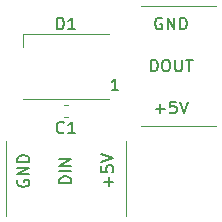
<source format=gto>
%TF.GenerationSoftware,KiCad,Pcbnew,8.0.4*%
%TF.CreationDate,2024-08-03T19:15:57-04:00*%
%TF.ProjectId,ws2812b-corner-right,77733238-3132-4622-9d63-6f726e65722d,rev?*%
%TF.SameCoordinates,Original*%
%TF.FileFunction,Legend,Top*%
%TF.FilePolarity,Positive*%
%FSLAX46Y46*%
G04 Gerber Fmt 4.6, Leading zero omitted, Abs format (unit mm)*
G04 Created by KiCad (PCBNEW 8.0.4) date 2024-08-03 19:15:57*
%MOMM*%
%LPD*%
G01*
G04 APERTURE LIST*
%ADD10C,0.150000*%
%ADD11C,0.100000*%
%ADD12C,0.120000*%
G04 APERTURE END LIST*
D10*
X160528095Y-72146438D02*
X160432857Y-72098819D01*
X160432857Y-72098819D02*
X160290000Y-72098819D01*
X160290000Y-72098819D02*
X160147143Y-72146438D01*
X160147143Y-72146438D02*
X160051905Y-72241676D01*
X160051905Y-72241676D02*
X160004286Y-72336914D01*
X160004286Y-72336914D02*
X159956667Y-72527390D01*
X159956667Y-72527390D02*
X159956667Y-72670247D01*
X159956667Y-72670247D02*
X160004286Y-72860723D01*
X160004286Y-72860723D02*
X160051905Y-72955961D01*
X160051905Y-72955961D02*
X160147143Y-73051200D01*
X160147143Y-73051200D02*
X160290000Y-73098819D01*
X160290000Y-73098819D02*
X160385238Y-73098819D01*
X160385238Y-73098819D02*
X160528095Y-73051200D01*
X160528095Y-73051200D02*
X160575714Y-73003580D01*
X160575714Y-73003580D02*
X160575714Y-72670247D01*
X160575714Y-72670247D02*
X160385238Y-72670247D01*
X161004286Y-73098819D02*
X161004286Y-72098819D01*
X161004286Y-72098819D02*
X161575714Y-73098819D01*
X161575714Y-73098819D02*
X161575714Y-72098819D01*
X162051905Y-73098819D02*
X162051905Y-72098819D01*
X162051905Y-72098819D02*
X162290000Y-72098819D01*
X162290000Y-72098819D02*
X162432857Y-72146438D01*
X162432857Y-72146438D02*
X162528095Y-72241676D01*
X162528095Y-72241676D02*
X162575714Y-72336914D01*
X162575714Y-72336914D02*
X162623333Y-72527390D01*
X162623333Y-72527390D02*
X162623333Y-72670247D01*
X162623333Y-72670247D02*
X162575714Y-72860723D01*
X162575714Y-72860723D02*
X162528095Y-72955961D01*
X162528095Y-72955961D02*
X162432857Y-73051200D01*
X162432857Y-73051200D02*
X162290000Y-73098819D01*
X162290000Y-73098819D02*
X162051905Y-73098819D01*
X160004286Y-79829866D02*
X160766191Y-79829866D01*
X160385238Y-80210819D02*
X160385238Y-79448914D01*
X161718571Y-79210819D02*
X161242381Y-79210819D01*
X161242381Y-79210819D02*
X161194762Y-79687009D01*
X161194762Y-79687009D02*
X161242381Y-79639390D01*
X161242381Y-79639390D02*
X161337619Y-79591771D01*
X161337619Y-79591771D02*
X161575714Y-79591771D01*
X161575714Y-79591771D02*
X161670952Y-79639390D01*
X161670952Y-79639390D02*
X161718571Y-79687009D01*
X161718571Y-79687009D02*
X161766190Y-79782247D01*
X161766190Y-79782247D02*
X161766190Y-80020342D01*
X161766190Y-80020342D02*
X161718571Y-80115580D01*
X161718571Y-80115580D02*
X161670952Y-80163200D01*
X161670952Y-80163200D02*
X161575714Y-80210819D01*
X161575714Y-80210819D02*
X161337619Y-80210819D01*
X161337619Y-80210819D02*
X161242381Y-80163200D01*
X161242381Y-80163200D02*
X161194762Y-80115580D01*
X162051905Y-79210819D02*
X162385238Y-80210819D01*
X162385238Y-80210819D02*
X162718571Y-79210819D01*
X159599524Y-76654819D02*
X159599524Y-75654819D01*
X159599524Y-75654819D02*
X159837619Y-75654819D01*
X159837619Y-75654819D02*
X159980476Y-75702438D01*
X159980476Y-75702438D02*
X160075714Y-75797676D01*
X160075714Y-75797676D02*
X160123333Y-75892914D01*
X160123333Y-75892914D02*
X160170952Y-76083390D01*
X160170952Y-76083390D02*
X160170952Y-76226247D01*
X160170952Y-76226247D02*
X160123333Y-76416723D01*
X160123333Y-76416723D02*
X160075714Y-76511961D01*
X160075714Y-76511961D02*
X159980476Y-76607200D01*
X159980476Y-76607200D02*
X159837619Y-76654819D01*
X159837619Y-76654819D02*
X159599524Y-76654819D01*
X160790000Y-75654819D02*
X160980476Y-75654819D01*
X160980476Y-75654819D02*
X161075714Y-75702438D01*
X161075714Y-75702438D02*
X161170952Y-75797676D01*
X161170952Y-75797676D02*
X161218571Y-75988152D01*
X161218571Y-75988152D02*
X161218571Y-76321485D01*
X161218571Y-76321485D02*
X161170952Y-76511961D01*
X161170952Y-76511961D02*
X161075714Y-76607200D01*
X161075714Y-76607200D02*
X160980476Y-76654819D01*
X160980476Y-76654819D02*
X160790000Y-76654819D01*
X160790000Y-76654819D02*
X160694762Y-76607200D01*
X160694762Y-76607200D02*
X160599524Y-76511961D01*
X160599524Y-76511961D02*
X160551905Y-76321485D01*
X160551905Y-76321485D02*
X160551905Y-75988152D01*
X160551905Y-75988152D02*
X160599524Y-75797676D01*
X160599524Y-75797676D02*
X160694762Y-75702438D01*
X160694762Y-75702438D02*
X160790000Y-75654819D01*
X161647143Y-75654819D02*
X161647143Y-76464342D01*
X161647143Y-76464342D02*
X161694762Y-76559580D01*
X161694762Y-76559580D02*
X161742381Y-76607200D01*
X161742381Y-76607200D02*
X161837619Y-76654819D01*
X161837619Y-76654819D02*
X162028095Y-76654819D01*
X162028095Y-76654819D02*
X162123333Y-76607200D01*
X162123333Y-76607200D02*
X162170952Y-76559580D01*
X162170952Y-76559580D02*
X162218571Y-76464342D01*
X162218571Y-76464342D02*
X162218571Y-75654819D01*
X162551905Y-75654819D02*
X163123333Y-75654819D01*
X162837619Y-76654819D02*
X162837619Y-75654819D01*
X152233333Y-81799580D02*
X152185714Y-81847200D01*
X152185714Y-81847200D02*
X152042857Y-81894819D01*
X152042857Y-81894819D02*
X151947619Y-81894819D01*
X151947619Y-81894819D02*
X151804762Y-81847200D01*
X151804762Y-81847200D02*
X151709524Y-81751961D01*
X151709524Y-81751961D02*
X151661905Y-81656723D01*
X151661905Y-81656723D02*
X151614286Y-81466247D01*
X151614286Y-81466247D02*
X151614286Y-81323390D01*
X151614286Y-81323390D02*
X151661905Y-81132914D01*
X151661905Y-81132914D02*
X151709524Y-81037676D01*
X151709524Y-81037676D02*
X151804762Y-80942438D01*
X151804762Y-80942438D02*
X151947619Y-80894819D01*
X151947619Y-80894819D02*
X152042857Y-80894819D01*
X152042857Y-80894819D02*
X152185714Y-80942438D01*
X152185714Y-80942438D02*
X152233333Y-80990057D01*
X153185714Y-81894819D02*
X152614286Y-81894819D01*
X152900000Y-81894819D02*
X152900000Y-80894819D01*
X152900000Y-80894819D02*
X152804762Y-81037676D01*
X152804762Y-81037676D02*
X152709524Y-81132914D01*
X152709524Y-81132914D02*
X152614286Y-81180533D01*
X156029866Y-86375713D02*
X156029866Y-85613809D01*
X156410819Y-85994761D02*
X155648914Y-85994761D01*
X155410819Y-84661428D02*
X155410819Y-85137618D01*
X155410819Y-85137618D02*
X155887009Y-85185237D01*
X155887009Y-85185237D02*
X155839390Y-85137618D01*
X155839390Y-85137618D02*
X155791771Y-85042380D01*
X155791771Y-85042380D02*
X155791771Y-84804285D01*
X155791771Y-84804285D02*
X155839390Y-84709047D01*
X155839390Y-84709047D02*
X155887009Y-84661428D01*
X155887009Y-84661428D02*
X155982247Y-84613809D01*
X155982247Y-84613809D02*
X156220342Y-84613809D01*
X156220342Y-84613809D02*
X156315580Y-84661428D01*
X156315580Y-84661428D02*
X156363200Y-84709047D01*
X156363200Y-84709047D02*
X156410819Y-84804285D01*
X156410819Y-84804285D02*
X156410819Y-85042380D01*
X156410819Y-85042380D02*
X156363200Y-85137618D01*
X156363200Y-85137618D02*
X156315580Y-85185237D01*
X155410819Y-84328094D02*
X156410819Y-83994761D01*
X156410819Y-83994761D02*
X155410819Y-83661428D01*
X148346438Y-85851904D02*
X148298819Y-85947142D01*
X148298819Y-85947142D02*
X148298819Y-86089999D01*
X148298819Y-86089999D02*
X148346438Y-86232856D01*
X148346438Y-86232856D02*
X148441676Y-86328094D01*
X148441676Y-86328094D02*
X148536914Y-86375713D01*
X148536914Y-86375713D02*
X148727390Y-86423332D01*
X148727390Y-86423332D02*
X148870247Y-86423332D01*
X148870247Y-86423332D02*
X149060723Y-86375713D01*
X149060723Y-86375713D02*
X149155961Y-86328094D01*
X149155961Y-86328094D02*
X149251200Y-86232856D01*
X149251200Y-86232856D02*
X149298819Y-86089999D01*
X149298819Y-86089999D02*
X149298819Y-85994761D01*
X149298819Y-85994761D02*
X149251200Y-85851904D01*
X149251200Y-85851904D02*
X149203580Y-85804285D01*
X149203580Y-85804285D02*
X148870247Y-85804285D01*
X148870247Y-85804285D02*
X148870247Y-85994761D01*
X149298819Y-85375713D02*
X148298819Y-85375713D01*
X148298819Y-85375713D02*
X149298819Y-84804285D01*
X149298819Y-84804285D02*
X148298819Y-84804285D01*
X149298819Y-84328094D02*
X148298819Y-84328094D01*
X148298819Y-84328094D02*
X148298819Y-84089999D01*
X148298819Y-84089999D02*
X148346438Y-83947142D01*
X148346438Y-83947142D02*
X148441676Y-83851904D01*
X148441676Y-83851904D02*
X148536914Y-83804285D01*
X148536914Y-83804285D02*
X148727390Y-83756666D01*
X148727390Y-83756666D02*
X148870247Y-83756666D01*
X148870247Y-83756666D02*
X149060723Y-83804285D01*
X149060723Y-83804285D02*
X149155961Y-83851904D01*
X149155961Y-83851904D02*
X149251200Y-83947142D01*
X149251200Y-83947142D02*
X149298819Y-84089999D01*
X149298819Y-84089999D02*
X149298819Y-84328094D01*
X152854819Y-86113808D02*
X151854819Y-86113808D01*
X151854819Y-86113808D02*
X151854819Y-85875713D01*
X151854819Y-85875713D02*
X151902438Y-85732856D01*
X151902438Y-85732856D02*
X151997676Y-85637618D01*
X151997676Y-85637618D02*
X152092914Y-85589999D01*
X152092914Y-85589999D02*
X152283390Y-85542380D01*
X152283390Y-85542380D02*
X152426247Y-85542380D01*
X152426247Y-85542380D02*
X152616723Y-85589999D01*
X152616723Y-85589999D02*
X152711961Y-85637618D01*
X152711961Y-85637618D02*
X152807200Y-85732856D01*
X152807200Y-85732856D02*
X152854819Y-85875713D01*
X152854819Y-85875713D02*
X152854819Y-86113808D01*
X152854819Y-85113808D02*
X151854819Y-85113808D01*
X152854819Y-84637618D02*
X151854819Y-84637618D01*
X151854819Y-84637618D02*
X152854819Y-84066190D01*
X152854819Y-84066190D02*
X151854819Y-84066190D01*
X151661905Y-73098819D02*
X151661905Y-72098819D01*
X151661905Y-72098819D02*
X151900000Y-72098819D01*
X151900000Y-72098819D02*
X152042857Y-72146438D01*
X152042857Y-72146438D02*
X152138095Y-72241676D01*
X152138095Y-72241676D02*
X152185714Y-72336914D01*
X152185714Y-72336914D02*
X152233333Y-72527390D01*
X152233333Y-72527390D02*
X152233333Y-72670247D01*
X152233333Y-72670247D02*
X152185714Y-72860723D01*
X152185714Y-72860723D02*
X152138095Y-72955961D01*
X152138095Y-72955961D02*
X152042857Y-73051200D01*
X152042857Y-73051200D02*
X151900000Y-73098819D01*
X151900000Y-73098819D02*
X151661905Y-73098819D01*
X153185714Y-73098819D02*
X152614286Y-73098819D01*
X152900000Y-73098819D02*
X152900000Y-72098819D01*
X152900000Y-72098819D02*
X152804762Y-72241676D01*
X152804762Y-72241676D02*
X152709524Y-72336914D01*
X152709524Y-72336914D02*
X152614286Y-72384533D01*
X156835714Y-78254819D02*
X156264286Y-78254819D01*
X156550000Y-78254819D02*
X156550000Y-77254819D01*
X156550000Y-77254819D02*
X156454762Y-77397676D01*
X156454762Y-77397676D02*
X156359524Y-77492914D01*
X156359524Y-77492914D02*
X156264286Y-77540533D01*
D11*
%TO.C,J2*%
X165100000Y-71120000D02*
X158750000Y-71120000D01*
X165100000Y-81280000D02*
X158750000Y-81280000D01*
D12*
%TO.C,C1*%
X152540580Y-79500000D02*
X152259420Y-79500000D01*
X152540580Y-80520000D02*
X152259420Y-80520000D01*
D11*
%TO.C,J1*%
X147320000Y-88900000D02*
X147320000Y-82550000D01*
X157480000Y-88900000D02*
X157480000Y-82550000D01*
D12*
%TO.C,D1*%
X148750000Y-73450000D02*
X148750000Y-74600000D01*
X156050000Y-73450000D02*
X148750000Y-73450000D01*
X156050000Y-78950000D02*
X148750000Y-78950000D01*
%TD*%
M02*

</source>
